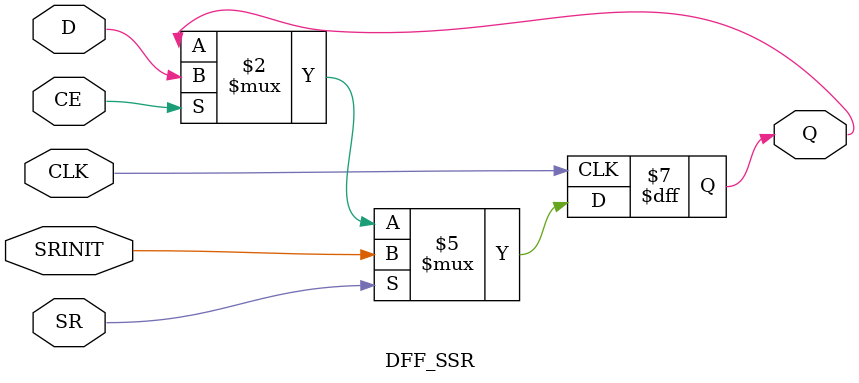
<source format=sv>
`timescale 1ns / 1ps

module DFF_SSR(
    input CLK,  //Module Clock 
    input D,    //D
    input CE,   // Chip Enable
    input SR,   //Active High Synchronous Reset
    input SRINIT,   //Initial Value
    output reg Q    //Output Q
    );
    
    always @(posedge CLK) begin
        if (SR) begin
            Q <= SRINIT;
        end
        else if (CE) begin 
            Q <= D;      
        end
    end
endmodule


</source>
